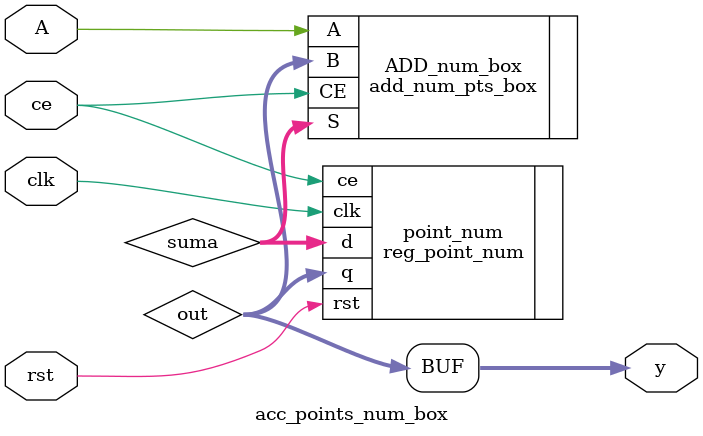
<source format=v>
`timescale 1ns / 1ps

module acc_points_num_box(
    input clk,
    input ce,
    input rst,
    input A,
    
    output [3:0]y
);
    
wire signed [3:0]out;
wire signed [3:0]suma;

reg_point_num# (.N(4)) point_num
(
    .clk(clk),
    .ce(ce),
    .rst(rst),
    .d(suma),
    .q(out)
);

// latencja = 0
add_num_pts_box ADD_num_box
(
    .A(A),
    .B(out),
    .CE(ce),
    .S(suma)
);

assign y = out;
    
endmodule

</source>
